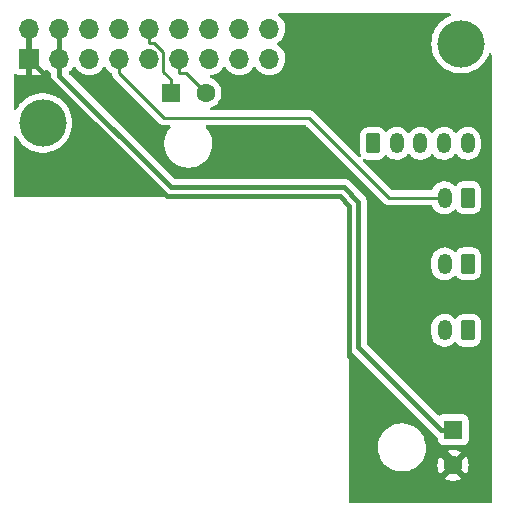
<source format=gbr>
%TF.GenerationSoftware,KiCad,Pcbnew,(6.0.2-0)*%
%TF.CreationDate,2023-02-02T13:40:45+11:00*%
%TF.ProjectId,AD3 HE Board,41443320-4845-4204-926f-6172642e6b69,rev?*%
%TF.SameCoordinates,PXbb4d38PY34c3148*%
%TF.FileFunction,Copper,L1,Top*%
%TF.FilePolarity,Positive*%
%FSLAX46Y46*%
G04 Gerber Fmt 4.6, Leading zero omitted, Abs format (unit mm)*
G04 Created by KiCad (PCBNEW (6.0.2-0)) date 2023-02-02 13:40:45*
%MOMM*%
%LPD*%
G01*
G04 APERTURE LIST*
G04 Aperture macros list*
%AMRoundRect*
0 Rectangle with rounded corners*
0 $1 Rounding radius*
0 $2 $3 $4 $5 $6 $7 $8 $9 X,Y pos of 4 corners*
0 Add a 4 corners polygon primitive as box body*
4,1,4,$2,$3,$4,$5,$6,$7,$8,$9,$2,$3,0*
0 Add four circle primitives for the rounded corners*
1,1,$1+$1,$2,$3*
1,1,$1+$1,$4,$5*
1,1,$1+$1,$6,$7*
1,1,$1+$1,$8,$9*
0 Add four rect primitives between the rounded corners*
20,1,$1+$1,$2,$3,$4,$5,0*
20,1,$1+$1,$4,$5,$6,$7,0*
20,1,$1+$1,$6,$7,$8,$9,0*
20,1,$1+$1,$8,$9,$2,$3,0*%
G04 Aperture macros list end*
%TA.AperFunction,ComponentPad*%
%ADD10C,4.000000*%
%TD*%
%TA.AperFunction,ComponentPad*%
%ADD11R,1.700000X1.700000*%
%TD*%
%TA.AperFunction,ComponentPad*%
%ADD12O,1.700000X1.700000*%
%TD*%
%TA.AperFunction,ComponentPad*%
%ADD13R,1.605000X1.605000*%
%TD*%
%TA.AperFunction,ComponentPad*%
%ADD14C,1.605000*%
%TD*%
%TA.AperFunction,ComponentPad*%
%ADD15RoundRect,0.250000X0.350000X0.625000X-0.350000X0.625000X-0.350000X-0.625000X0.350000X-0.625000X0*%
%TD*%
%TA.AperFunction,ComponentPad*%
%ADD16O,1.200000X1.750000*%
%TD*%
%TA.AperFunction,ComponentPad*%
%ADD17RoundRect,0.250000X-0.350000X-0.625000X0.350000X-0.625000X0.350000X0.625000X-0.350000X0.625000X0*%
%TD*%
%TA.AperFunction,Conductor*%
%ADD18C,0.400000*%
%TD*%
%TA.AperFunction,Conductor*%
%ADD19C,0.250000*%
%TD*%
G04 APERTURE END LIST*
D10*
%TO.P,H1,1*%
%TO.N,N/C*%
X3200000Y33025000D03*
%TD*%
D11*
%TO.P,J1,1,Pin_1*%
%TO.N,/Heater_GND*%
X2075000Y38450000D03*
D12*
%TO.P,J1,2,Pin_2*%
X2075000Y40990000D03*
%TO.P,J1,3,Pin_3*%
%TO.N,/Heater_VCC*%
X4615000Y38450000D03*
%TO.P,J1,4,Pin_4*%
X4615000Y40990000D03*
%TO.P,J1,5,Pin_5*%
%TO.N,/HS_Fan_GND*%
X7155000Y38450000D03*
%TO.P,J1,6,Pin_6*%
%TO.N,/HS_Fan_VCC*%
X7155000Y40990000D03*
%TO.P,J1,7,Pin_7*%
%TO.N,/LED_GND*%
X9695000Y38450000D03*
%TO.P,J1,8,Pin_8*%
%TO.N,/LED_VCC*%
X9695000Y40990000D03*
%TO.P,J1,9,Pin_9*%
%TO.N,unconnected-(J1-Pad9)*%
X12235000Y38450000D03*
%TO.P,J1,10,Pin_10*%
%TO.N,/Thermistor_1*%
X12235000Y40990000D03*
%TO.P,J1,11,Pin_11*%
%TO.N,/Thermistor_2*%
X14775000Y38450000D03*
%TO.P,J1,12,Pin_12*%
%TO.N,/PC_FAN_GND*%
X14775000Y40990000D03*
%TO.P,J1,13,Pin_13*%
%TO.N,/PC_FAN_VCC*%
X17315000Y38450000D03*
%TO.P,J1,14,Pin_14*%
%TO.N,/BLT_GND1*%
X17315000Y40990000D03*
%TO.P,J1,15,Pin_15*%
%TO.N,/BLT_5v*%
X19855000Y38450000D03*
%TO.P,J1,16,Pin_16*%
%TO.N,/BLT_PA1*%
X19855000Y40990000D03*
%TO.P,J1,17,Pin_17*%
%TO.N,/BLT_GND2*%
X22395000Y38450000D03*
%TO.P,J1,18,Pin_18*%
%TO.N,/BLT_PC14*%
X22395000Y40990000D03*
%TD*%
D10*
%TO.P,H2,1*%
%TO.N,N/C*%
X38625000Y39750000D03*
%TD*%
D13*
%TO.P,J3,1,1*%
%TO.N,/Thermistor_1*%
X14025000Y35595000D03*
D14*
%TO.P,J3,2,2*%
%TO.N,/Thermistor_2*%
X17025000Y35595000D03*
%TD*%
D15*
%TO.P,J5,1,Pin_1*%
%TO.N,/LED_VCC*%
X39225000Y26700000D03*
D16*
%TO.P,J5,2,Pin_2*%
%TO.N,/LED_GND*%
X37225000Y26700000D03*
%TD*%
D15*
%TO.P,J7,1,Pin_1*%
%TO.N,/HS_Fan_VCC*%
X39225000Y15475000D03*
D16*
%TO.P,J7,2,Pin_2*%
%TO.N,/HS_Fan_GND*%
X37225000Y15475000D03*
%TD*%
D13*
%TO.P,J2,1,1*%
%TO.N,/Heater_VCC*%
X37945000Y7050000D03*
D14*
%TO.P,J2,2,2*%
%TO.N,/Heater_GND*%
X37945000Y4050000D03*
%TD*%
D15*
%TO.P,J4,1,Pin_1*%
%TO.N,/PC_FAN_VCC*%
X39225000Y21100000D03*
D16*
%TO.P,J4,2,Pin_2*%
%TO.N,/PC_FAN_GND*%
X37225000Y21100000D03*
%TD*%
D17*
%TO.P,J6,1,Pin_1*%
%TO.N,/BLT_GND1*%
X31175000Y31300000D03*
D16*
%TO.P,J6,2,Pin_2*%
%TO.N,/BLT_5v*%
X33175000Y31300000D03*
%TO.P,J6,3,Pin_3*%
%TO.N,/BLT_PA1*%
X35175000Y31300000D03*
%TO.P,J6,4,Pin_4*%
%TO.N,/BLT_GND2*%
X37175000Y31300000D03*
%TO.P,J6,5,Pin_5*%
%TO.N,/BLT_PC14*%
X39175000Y31300000D03*
%TD*%
D18*
%TO.N,/Heater_GND*%
X29125000Y26025000D02*
X28350000Y26800000D01*
X37945000Y4505000D02*
X29125000Y13325000D01*
X29125000Y13325000D02*
X29125000Y26025000D01*
X2075000Y38450000D02*
X2075000Y40990000D01*
X28350000Y26800000D02*
X13725000Y26800000D01*
X37945000Y4050000D02*
X37945000Y4505000D01*
X13725000Y26800000D02*
X2075000Y38450000D01*
%TO.N,/Heater_VCC*%
X14056200Y27599500D02*
X4615000Y37040700D01*
X28681200Y27599500D02*
X14056200Y27599500D01*
X36925000Y7050000D02*
X29924500Y14050500D01*
X37945000Y7050000D02*
X36925000Y7050000D01*
X4615000Y38450000D02*
X4615000Y40990000D01*
X29924500Y14050500D02*
X29924500Y26356200D01*
X29924500Y26356200D02*
X28681200Y27599500D01*
X4615000Y37040700D02*
X4615000Y38450000D01*
D19*
%TO.N,/Thermistor_1*%
X14025000Y35595000D02*
X14025000Y36722800D01*
X13410300Y39006800D02*
X12602400Y39814700D01*
X12602400Y39814700D02*
X12235000Y39814700D01*
X13410300Y37337500D02*
X13410300Y39006800D01*
X14025000Y36722800D02*
X13410300Y37337500D01*
X12235000Y40990000D02*
X12235000Y39814700D01*
%TO.N,/Thermistor_2*%
X17025000Y35595000D02*
X15345300Y37274700D01*
X14775000Y38450000D02*
X14775000Y37274700D01*
X15345300Y37274700D02*
X14775000Y37274700D01*
%TO.N,/LED_GND*%
X13494700Y33475000D02*
X25759800Y33475000D01*
X25759800Y33475000D02*
X32534800Y26700000D01*
X9695000Y37274700D02*
X13494700Y33475000D01*
X9695000Y38450000D02*
X9695000Y37274700D01*
X32534800Y26700000D02*
X37225000Y26700000D01*
%TD*%
%TA.AperFunction,Conductor*%
%TO.N,/Heater_GND*%
G36*
X37701836Y42296998D02*
G01*
X37748329Y42243342D01*
X37758433Y42173068D01*
X37728939Y42108488D01*
X37680099Y42073848D01*
X37558495Y42025702D01*
X37558490Y42025700D01*
X37554821Y42024247D01*
X37551353Y42022341D01*
X37551352Y42022340D01*
X37486977Y41986949D01*
X37278221Y41872184D01*
X37107340Y41748032D01*
X37027375Y41689934D01*
X37022860Y41686654D01*
X36792767Y41470582D01*
X36790243Y41467531D01*
X36790242Y41467530D01*
X36692168Y41348979D01*
X36591568Y41227375D01*
X36422438Y40960869D01*
X36420754Y40957290D01*
X36420750Y40957283D01*
X36298260Y40696977D01*
X36288044Y40675266D01*
X36190505Y40375072D01*
X36131359Y40065020D01*
X36111540Y39750000D01*
X36131359Y39434980D01*
X36190505Y39124928D01*
X36288044Y38824734D01*
X36289731Y38821148D01*
X36289733Y38821144D01*
X36420750Y38542717D01*
X36420754Y38542710D01*
X36422438Y38539131D01*
X36591568Y38272625D01*
X36594093Y38269573D01*
X36782060Y38042361D01*
X36792767Y38029418D01*
X37022860Y37813346D01*
X37278221Y37627816D01*
X37281690Y37625909D01*
X37281693Y37625907D01*
X37542279Y37482648D01*
X37554821Y37475753D01*
X37558490Y37474300D01*
X37558495Y37474298D01*
X37842264Y37361946D01*
X37848298Y37359557D01*
X38154025Y37281060D01*
X38467179Y37241500D01*
X38782821Y37241500D01*
X39095975Y37281060D01*
X39401702Y37359557D01*
X39407736Y37361946D01*
X39691505Y37474298D01*
X39691510Y37474300D01*
X39695179Y37475753D01*
X39707721Y37482648D01*
X39968307Y37625907D01*
X39968310Y37625909D01*
X39971779Y37627816D01*
X40227140Y37813346D01*
X40457233Y38029418D01*
X40467941Y38042361D01*
X40655907Y38269573D01*
X40658432Y38272625D01*
X40827562Y38539131D01*
X40829246Y38542710D01*
X40829250Y38542717D01*
X40960267Y38821144D01*
X40960269Y38821148D01*
X40961956Y38824734D01*
X40971167Y38853083D01*
X41011240Y38911688D01*
X41076636Y38939326D01*
X41146593Y38927219D01*
X41198900Y38879214D01*
X41217000Y38814147D01*
X41217000Y959000D01*
X41196998Y890879D01*
X41143342Y844386D01*
X41091000Y833000D01*
X29259000Y833000D01*
X29190879Y853002D01*
X29144386Y906658D01*
X29133000Y959000D01*
X29133000Y2962143D01*
X37221697Y2962143D01*
X37230994Y2950127D01*
X37282742Y2913893D01*
X37292228Y2908415D01*
X37490085Y2816154D01*
X37500381Y2812406D01*
X37711255Y2755902D01*
X37722042Y2754000D01*
X37939525Y2734973D01*
X37950475Y2734973D01*
X38167958Y2754000D01*
X38178745Y2755902D01*
X38389619Y2812406D01*
X38399915Y2816154D01*
X38597772Y2908415D01*
X38607258Y2913893D01*
X38659844Y2950713D01*
X38668219Y2961191D01*
X38661151Y2974639D01*
X37957812Y3677978D01*
X37943868Y3685592D01*
X37942035Y3685461D01*
X37935420Y3681210D01*
X37228127Y2973917D01*
X37221697Y2962143D01*
X29133000Y2962143D01*
X29133000Y5621141D01*
X31587776Y5621141D01*
X31587929Y5616753D01*
X31587929Y5616747D01*
X31596720Y5365027D01*
X31597701Y5336922D01*
X31598463Y5332599D01*
X31598464Y5332592D01*
X31621774Y5200397D01*
X31647085Y5056850D01*
X31648440Y5052679D01*
X31648442Y5052672D01*
X31721101Y4829051D01*
X31734967Y4786377D01*
X31736895Y4782424D01*
X31736897Y4782419D01*
X31744832Y4766151D01*
X31859637Y4530767D01*
X31862092Y4527128D01*
X31862095Y4527122D01*
X31938122Y4414408D01*
X32018667Y4294995D01*
X32021611Y4291726D01*
X32021612Y4291724D01*
X32038509Y4272958D01*
X32208963Y4083650D01*
X32426820Y3900846D01*
X32667998Y3750141D01*
X32927804Y3634469D01*
X33201179Y3556079D01*
X33205533Y3555467D01*
X33205538Y3555466D01*
X33375770Y3531542D01*
X33482804Y3516500D01*
X33696018Y3516500D01*
X33698204Y3516653D01*
X33698208Y3516653D01*
X33904315Y3531065D01*
X33904320Y3531066D01*
X33908700Y3531372D01*
X34186877Y3590501D01*
X34191006Y3592004D01*
X34191010Y3592005D01*
X34449974Y3686260D01*
X34449978Y3686262D01*
X34454119Y3687769D01*
X34458009Y3689837D01*
X34458015Y3689840D01*
X34701330Y3819213D01*
X34701336Y3819217D01*
X34705222Y3821283D01*
X34708782Y3823870D01*
X34708786Y3823872D01*
X34931738Y3985855D01*
X34931741Y3985858D01*
X34935301Y3988444D01*
X34985777Y4037188D01*
X34993375Y4044525D01*
X36629973Y4044525D01*
X36649000Y3827042D01*
X36650902Y3816255D01*
X36707406Y3605381D01*
X36711154Y3595085D01*
X36803415Y3397228D01*
X36808893Y3387742D01*
X36845713Y3335156D01*
X36856191Y3326781D01*
X36869639Y3333849D01*
X37572978Y4037188D01*
X37579356Y4048868D01*
X38309408Y4048868D01*
X38309539Y4047035D01*
X38313790Y4040420D01*
X39021083Y3333127D01*
X39032857Y3326697D01*
X39044873Y3335994D01*
X39081107Y3387742D01*
X39086585Y3397228D01*
X39178846Y3595085D01*
X39182594Y3605381D01*
X39239098Y3816255D01*
X39241000Y3827042D01*
X39260027Y4044525D01*
X39260027Y4055475D01*
X39241000Y4272958D01*
X39239098Y4283745D01*
X39182594Y4494619D01*
X39178846Y4504915D01*
X39086585Y4702772D01*
X39081107Y4712258D01*
X39044287Y4764844D01*
X39033809Y4773219D01*
X39020361Y4766151D01*
X38317022Y4062812D01*
X38309408Y4048868D01*
X37579356Y4048868D01*
X37580592Y4051132D01*
X37580461Y4052965D01*
X37576210Y4059580D01*
X36868917Y4766873D01*
X36857143Y4773303D01*
X36845127Y4764006D01*
X36808893Y4712258D01*
X36803415Y4702772D01*
X36711154Y4504915D01*
X36707406Y4494619D01*
X36650902Y4283745D01*
X36649000Y4272958D01*
X36629973Y4055475D01*
X36629973Y4044525D01*
X34993375Y4044525D01*
X35136710Y4182943D01*
X35136714Y4182947D01*
X35139875Y4186000D01*
X35314965Y4410104D01*
X35384630Y4530767D01*
X35454956Y4652575D01*
X35454959Y4652580D01*
X35457161Y4656395D01*
X35458811Y4660479D01*
X35458814Y4660485D01*
X35562047Y4915998D01*
X35563696Y4920079D01*
X35618232Y5138809D01*
X37221781Y5138809D01*
X37228849Y5125361D01*
X37932188Y4422022D01*
X37946132Y4414408D01*
X37947965Y4414539D01*
X37954580Y4418790D01*
X38661873Y5126083D01*
X38668303Y5137857D01*
X38659006Y5149873D01*
X38607258Y5186107D01*
X38597772Y5191585D01*
X38399915Y5283846D01*
X38389619Y5287594D01*
X38178745Y5344098D01*
X38167958Y5346000D01*
X37950475Y5365027D01*
X37939525Y5365027D01*
X37722042Y5346000D01*
X37711255Y5344098D01*
X37500381Y5287594D01*
X37490085Y5283846D01*
X37292228Y5191585D01*
X37282742Y5186107D01*
X37230156Y5149287D01*
X37221781Y5138809D01*
X35618232Y5138809D01*
X35632497Y5196024D01*
X35641728Y5283846D01*
X35661765Y5474490D01*
X35661765Y5474493D01*
X35662224Y5478859D01*
X35657409Y5616747D01*
X35652453Y5758681D01*
X35652452Y5758687D01*
X35652299Y5763078D01*
X35645389Y5802271D01*
X35603677Y6038827D01*
X35602915Y6043150D01*
X35601560Y6047321D01*
X35601558Y6047328D01*
X35516394Y6309434D01*
X35515033Y6313623D01*
X35457908Y6430747D01*
X35449773Y6447425D01*
X35390363Y6569233D01*
X35387908Y6572872D01*
X35387905Y6572878D01*
X35233792Y6801359D01*
X35231333Y6805005D01*
X35041037Y7016350D01*
X34823180Y7199154D01*
X34582002Y7349859D01*
X34322196Y7465531D01*
X34048821Y7543921D01*
X34044467Y7544533D01*
X34044462Y7544534D01*
X33870833Y7568935D01*
X33767196Y7583500D01*
X33553982Y7583500D01*
X33551796Y7583347D01*
X33551792Y7583347D01*
X33345685Y7568935D01*
X33345680Y7568934D01*
X33341300Y7568628D01*
X33063123Y7509499D01*
X33058994Y7507996D01*
X33058990Y7507995D01*
X32800026Y7413740D01*
X32800022Y7413738D01*
X32795881Y7412231D01*
X32791991Y7410163D01*
X32791985Y7410160D01*
X32548670Y7280787D01*
X32548664Y7280783D01*
X32544778Y7278717D01*
X32541218Y7276130D01*
X32541214Y7276128D01*
X32318262Y7114145D01*
X32314699Y7111556D01*
X32311535Y7108500D01*
X32311532Y7108498D01*
X32113290Y6917057D01*
X32113286Y6917053D01*
X32110125Y6914000D01*
X31935035Y6689896D01*
X31932832Y6686080D01*
X31815510Y6482872D01*
X31792839Y6443605D01*
X31791190Y6439524D01*
X31791186Y6439515D01*
X31713105Y6246255D01*
X31686304Y6179921D01*
X31617503Y5903976D01*
X31617044Y5899608D01*
X31617043Y5899603D01*
X31600202Y5739369D01*
X31587776Y5621141D01*
X29133000Y5621141D01*
X29133000Y13545423D01*
X29153002Y13613544D01*
X29206658Y13660037D01*
X29276932Y13670141D01*
X29341512Y13640647D01*
X29362840Y13616790D01*
X29384840Y13584779D01*
X29384843Y13584775D01*
X29389143Y13578519D01*
X29394813Y13573468D01*
X29394814Y13573466D01*
X29435670Y13537065D01*
X29440946Y13532084D01*
X36403550Y6569480D01*
X36409404Y6563215D01*
X36447439Y6519615D01*
X36453653Y6515248D01*
X36499719Y6482872D01*
X36505014Y6478939D01*
X36555282Y6439524D01*
X36562200Y6436400D01*
X36568705Y6432461D01*
X36567667Y6430747D01*
X36613704Y6391200D01*
X36634000Y6322624D01*
X36634000Y6199366D01*
X36640755Y6137184D01*
X36691885Y6000795D01*
X36779239Y5884239D01*
X36895795Y5796885D01*
X37032184Y5745755D01*
X37094366Y5739000D01*
X38795634Y5739000D01*
X38857816Y5745755D01*
X38994205Y5796885D01*
X39110761Y5884239D01*
X39198115Y6000795D01*
X39249245Y6137184D01*
X39256000Y6199366D01*
X39256000Y7900634D01*
X39249245Y7962816D01*
X39198115Y8099205D01*
X39110761Y8215761D01*
X38994205Y8303115D01*
X38857816Y8354245D01*
X38795634Y8361000D01*
X37094366Y8361000D01*
X37032184Y8354245D01*
X36895795Y8303115D01*
X36872001Y8285282D01*
X36856348Y8273551D01*
X36789842Y8248703D01*
X36720459Y8263756D01*
X36691688Y8285282D01*
X30669905Y14307065D01*
X30635879Y14369377D01*
X30633000Y14396160D01*
X30633000Y15147154D01*
X36116500Y15147154D01*
X36131548Y14989434D01*
X36191092Y14786466D01*
X36193836Y14781139D01*
X36193836Y14781138D01*
X36241491Y14688611D01*
X36287942Y14598420D01*
X36418604Y14432080D01*
X36423135Y14428148D01*
X36423138Y14428145D01*
X36559802Y14309554D01*
X36578363Y14293448D01*
X36583549Y14290448D01*
X36583553Y14290445D01*
X36679957Y14234674D01*
X36761454Y14187527D01*
X36961271Y14118139D01*
X36967206Y14117278D01*
X36967208Y14117278D01*
X37164664Y14088648D01*
X37164667Y14088648D01*
X37170604Y14087787D01*
X37381899Y14097567D01*
X37513077Y14129181D01*
X37581701Y14145719D01*
X37581703Y14145720D01*
X37587534Y14147125D01*
X37592992Y14149607D01*
X37592996Y14149608D01*
X37708041Y14201916D01*
X37780087Y14234674D01*
X37952611Y14357054D01*
X37956753Y14361381D01*
X37956759Y14361386D01*
X38043806Y14452317D01*
X38105361Y14487694D01*
X38176270Y14484175D01*
X38234021Y14442879D01*
X38241965Y14431496D01*
X38276522Y14375652D01*
X38401697Y14250695D01*
X38407927Y14246855D01*
X38407928Y14246854D01*
X38545090Y14162306D01*
X38552262Y14157885D01*
X38577217Y14149608D01*
X38713611Y14104368D01*
X38713613Y14104368D01*
X38720139Y14102203D01*
X38726975Y14101503D01*
X38726978Y14101502D01*
X38765386Y14097567D01*
X38824600Y14091500D01*
X39625400Y14091500D01*
X39628646Y14091837D01*
X39628650Y14091837D01*
X39724308Y14101762D01*
X39724312Y14101763D01*
X39731166Y14102474D01*
X39737702Y14104655D01*
X39737704Y14104655D01*
X39872443Y14149608D01*
X39898946Y14158450D01*
X40049348Y14251522D01*
X40174305Y14376697D01*
X40211352Y14436798D01*
X40263275Y14521032D01*
X40263276Y14521034D01*
X40267115Y14527262D01*
X40322797Y14695139D01*
X40333500Y14799600D01*
X40333500Y16150400D01*
X40322526Y16256166D01*
X40318749Y16267489D01*
X40268868Y16416998D01*
X40266550Y16423946D01*
X40173478Y16574348D01*
X40048303Y16699305D01*
X39945826Y16762473D01*
X39903968Y16788275D01*
X39903966Y16788276D01*
X39897738Y16792115D01*
X39737254Y16845345D01*
X39736389Y16845632D01*
X39736387Y16845632D01*
X39729861Y16847797D01*
X39723025Y16848497D01*
X39723022Y16848498D01*
X39679969Y16852909D01*
X39625400Y16858500D01*
X38824600Y16858500D01*
X38821354Y16858163D01*
X38821350Y16858163D01*
X38725692Y16848238D01*
X38725688Y16848237D01*
X38718834Y16847526D01*
X38712298Y16845345D01*
X38712296Y16845345D01*
X38589213Y16804281D01*
X38551054Y16791550D01*
X38400652Y16698478D01*
X38275695Y16573303D01*
X38271855Y16567073D01*
X38271854Y16567072D01*
X38243926Y16521764D01*
X38191154Y16474271D01*
X38121082Y16462847D01*
X38055958Y16491121D01*
X38037582Y16510045D01*
X38031396Y16517920D01*
X38026865Y16521852D01*
X38026862Y16521855D01*
X37876167Y16652621D01*
X37871637Y16656552D01*
X37866451Y16659552D01*
X37866447Y16659555D01*
X37693742Y16759467D01*
X37688546Y16762473D01*
X37488729Y16831861D01*
X37482794Y16832722D01*
X37482792Y16832722D01*
X37285336Y16861352D01*
X37285333Y16861352D01*
X37279396Y16862213D01*
X37068101Y16852433D01*
X36936923Y16820819D01*
X36868299Y16804281D01*
X36868297Y16804280D01*
X36862466Y16802875D01*
X36857008Y16800393D01*
X36857004Y16800392D01*
X36741959Y16748084D01*
X36669913Y16715326D01*
X36497389Y16592946D01*
X36351119Y16440150D01*
X36236380Y16262452D01*
X36157314Y16066263D01*
X36116772Y15858663D01*
X36116500Y15853101D01*
X36116500Y15147154D01*
X30633000Y15147154D01*
X30633000Y20772154D01*
X36116500Y20772154D01*
X36131548Y20614434D01*
X36191092Y20411466D01*
X36193836Y20406139D01*
X36193836Y20406138D01*
X36241491Y20313611D01*
X36287942Y20223420D01*
X36418604Y20057080D01*
X36423135Y20053148D01*
X36423138Y20053145D01*
X36509058Y19978588D01*
X36578363Y19918448D01*
X36583549Y19915448D01*
X36583553Y19915445D01*
X36679957Y19859674D01*
X36761454Y19812527D01*
X36961271Y19743139D01*
X36967206Y19742278D01*
X36967208Y19742278D01*
X37164664Y19713648D01*
X37164667Y19713648D01*
X37170604Y19712787D01*
X37381899Y19722567D01*
X37513077Y19754181D01*
X37581701Y19770719D01*
X37581703Y19770720D01*
X37587534Y19772125D01*
X37592992Y19774607D01*
X37592996Y19774608D01*
X37708041Y19826916D01*
X37780087Y19859674D01*
X37952611Y19982054D01*
X37956753Y19986381D01*
X37956759Y19986386D01*
X38043806Y20077317D01*
X38105361Y20112694D01*
X38176270Y20109175D01*
X38234021Y20067879D01*
X38241965Y20056496D01*
X38276522Y20000652D01*
X38401697Y19875695D01*
X38407927Y19871855D01*
X38407928Y19871854D01*
X38545090Y19787306D01*
X38552262Y19782885D01*
X38577217Y19774608D01*
X38713611Y19729368D01*
X38713613Y19729368D01*
X38720139Y19727203D01*
X38726975Y19726503D01*
X38726978Y19726502D01*
X38765386Y19722567D01*
X38824600Y19716500D01*
X39625400Y19716500D01*
X39628646Y19716837D01*
X39628650Y19716837D01*
X39724308Y19726762D01*
X39724312Y19726763D01*
X39731166Y19727474D01*
X39737702Y19729655D01*
X39737704Y19729655D01*
X39872443Y19774608D01*
X39898946Y19783450D01*
X40049348Y19876522D01*
X40174305Y20001697D01*
X40211352Y20061798D01*
X40263275Y20146032D01*
X40263276Y20146034D01*
X40267115Y20152262D01*
X40322797Y20320139D01*
X40333500Y20424600D01*
X40333500Y21775400D01*
X40322526Y21881166D01*
X40318749Y21892489D01*
X40268868Y22041998D01*
X40266550Y22048946D01*
X40173478Y22199348D01*
X40048303Y22324305D01*
X39945826Y22387473D01*
X39903968Y22413275D01*
X39903966Y22413276D01*
X39897738Y22417115D01*
X39737254Y22470345D01*
X39736389Y22470632D01*
X39736387Y22470632D01*
X39729861Y22472797D01*
X39723025Y22473497D01*
X39723022Y22473498D01*
X39679969Y22477909D01*
X39625400Y22483500D01*
X38824600Y22483500D01*
X38821354Y22483163D01*
X38821350Y22483163D01*
X38725692Y22473238D01*
X38725688Y22473237D01*
X38718834Y22472526D01*
X38712298Y22470345D01*
X38712296Y22470345D01*
X38589213Y22429281D01*
X38551054Y22416550D01*
X38400652Y22323478D01*
X38275695Y22198303D01*
X38271855Y22192073D01*
X38271854Y22192072D01*
X38243926Y22146764D01*
X38191154Y22099271D01*
X38121082Y22087847D01*
X38055958Y22116121D01*
X38037582Y22135045D01*
X38031396Y22142920D01*
X38026865Y22146852D01*
X38026862Y22146855D01*
X37876167Y22277621D01*
X37871637Y22281552D01*
X37866451Y22284552D01*
X37866447Y22284555D01*
X37693742Y22384467D01*
X37688546Y22387473D01*
X37488729Y22456861D01*
X37482794Y22457722D01*
X37482792Y22457722D01*
X37285336Y22486352D01*
X37285333Y22486352D01*
X37279396Y22487213D01*
X37068101Y22477433D01*
X36936923Y22445819D01*
X36868299Y22429281D01*
X36868297Y22429280D01*
X36862466Y22427875D01*
X36857008Y22425393D01*
X36857004Y22425392D01*
X36741959Y22373084D01*
X36669913Y22340326D01*
X36497389Y22217946D01*
X36351119Y22065150D01*
X36236380Y21887452D01*
X36157314Y21691263D01*
X36116772Y21483663D01*
X36116500Y21478101D01*
X36116500Y20772154D01*
X30633000Y20772154D01*
X30633000Y26327273D01*
X30633292Y26335842D01*
X30636710Y26385975D01*
X30636710Y26385979D01*
X30637226Y26393552D01*
X30626236Y26456519D01*
X30625275Y26463035D01*
X30618514Y26518902D01*
X30617602Y26526442D01*
X30614919Y26533543D01*
X30614278Y26536152D01*
X30609809Y26552485D01*
X30609048Y26555005D01*
X30607743Y26562483D01*
X30604691Y26569436D01*
X30582059Y26620996D01*
X30579568Y26627101D01*
X30559675Y26679744D01*
X30559673Y26679748D01*
X30556987Y26686856D01*
X30552684Y26693117D01*
X30551447Y26695483D01*
X30543220Y26710263D01*
X30541869Y26712548D01*
X30538815Y26719505D01*
X30534195Y26725525D01*
X30534192Y26725531D01*
X30499921Y26770191D01*
X30496041Y26775532D01*
X30464161Y26821920D01*
X30464156Y26821925D01*
X30459857Y26828181D01*
X30413329Y26869636D01*
X30408054Y26874616D01*
X29202650Y28080020D01*
X29196796Y28086285D01*
X29195986Y28087213D01*
X29158761Y28129885D01*
X29106480Y28166629D01*
X29101186Y28170561D01*
X29056893Y28205291D01*
X29050918Y28209976D01*
X29044002Y28213099D01*
X29041716Y28214483D01*
X29027035Y28222857D01*
X29024675Y28224122D01*
X29018461Y28228490D01*
X29011382Y28231250D01*
X29011380Y28231251D01*
X28958925Y28251702D01*
X28952856Y28254253D01*
X28894627Y28280545D01*
X28887160Y28281929D01*
X28884605Y28282730D01*
X28868352Y28287359D01*
X28865772Y28288022D01*
X28858691Y28290782D01*
X28851160Y28291773D01*
X28851158Y28291774D01*
X28821539Y28295673D01*
X28795339Y28299122D01*
X28788841Y28300152D01*
X28726014Y28311796D01*
X28718434Y28311359D01*
X28718433Y28311359D01*
X28663808Y28308209D01*
X28656554Y28308000D01*
X14401860Y28308000D01*
X14333739Y28328002D01*
X14312765Y28344905D01*
X5456511Y37201159D01*
X5422485Y37263471D01*
X5427550Y37334286D01*
X5472438Y37392833D01*
X5490652Y37405825D01*
X5490657Y37405829D01*
X5494860Y37408827D01*
X5653096Y37566511D01*
X5674040Y37595657D01*
X5783453Y37747923D01*
X5784776Y37746972D01*
X5831645Y37790143D01*
X5901580Y37802375D01*
X5967026Y37774856D01*
X5994875Y37743006D01*
X6054987Y37644912D01*
X6201250Y37476062D01*
X6373126Y37333368D01*
X6566000Y37220662D01*
X6570825Y37218820D01*
X6570826Y37218819D01*
X6629085Y37196572D01*
X6774692Y37140970D01*
X6779760Y37139939D01*
X6779763Y37139938D01*
X6855349Y37124560D01*
X6993597Y37096433D01*
X6998772Y37096243D01*
X6998774Y37096243D01*
X7211673Y37088436D01*
X7211677Y37088436D01*
X7216837Y37088247D01*
X7221957Y37088903D01*
X7221959Y37088903D01*
X7433288Y37115975D01*
X7433289Y37115975D01*
X7438416Y37116632D01*
X7462208Y37123770D01*
X7647429Y37179339D01*
X7647434Y37179341D01*
X7652384Y37180826D01*
X7852994Y37279104D01*
X8034860Y37408827D01*
X8193096Y37566511D01*
X8214040Y37595657D01*
X8323453Y37747923D01*
X8324776Y37746972D01*
X8371645Y37790143D01*
X8441580Y37802375D01*
X8507026Y37774856D01*
X8534875Y37743006D01*
X8594987Y37644912D01*
X8741250Y37476062D01*
X8913126Y37333368D01*
X8917589Y37330760D01*
X8917592Y37330758D01*
X8924068Y37326974D01*
X9001902Y37281492D01*
X9050625Y37229855D01*
X9060783Y37190240D01*
X9062837Y37190565D01*
X9064078Y37182731D01*
X9064327Y37174811D01*
X9067877Y37162592D01*
X9069978Y37155361D01*
X9073987Y37136000D01*
X9076526Y37115903D01*
X9079445Y37108532D01*
X9079445Y37108530D01*
X9092804Y37074788D01*
X9096649Y37063558D01*
X9106432Y37029883D01*
X9108982Y37021107D01*
X9113015Y37014288D01*
X9113017Y37014283D01*
X9119293Y37003672D01*
X9127988Y36985924D01*
X9135448Y36967083D01*
X9140110Y36960667D01*
X9140110Y36960666D01*
X9161436Y36931313D01*
X9167952Y36921393D01*
X9185918Y36891015D01*
X9190458Y36883338D01*
X9204779Y36869017D01*
X9217619Y36853984D01*
X9229528Y36837593D01*
X9241778Y36827459D01*
X9263605Y36809402D01*
X9272384Y36801412D01*
X12991043Y33082753D01*
X12998587Y33074463D01*
X13002700Y33067982D01*
X13008477Y33062557D01*
X13052367Y33021342D01*
X13055209Y33018587D01*
X13074930Y32998866D01*
X13078125Y32996388D01*
X13087147Y32988682D01*
X13119379Y32958414D01*
X13126328Y32954594D01*
X13137132Y32948654D01*
X13153656Y32937801D01*
X13169659Y32925387D01*
X13210243Y32907824D01*
X13220873Y32902617D01*
X13259640Y32881305D01*
X13267317Y32879334D01*
X13267322Y32879332D01*
X13279258Y32876268D01*
X13297966Y32869863D01*
X13316555Y32861819D01*
X13324383Y32860579D01*
X13324390Y32860577D01*
X13360224Y32854901D01*
X13371844Y32852495D01*
X13406989Y32843472D01*
X13414670Y32841500D01*
X13434924Y32841500D01*
X13454634Y32839949D01*
X13474643Y32836780D01*
X13482535Y32837526D01*
X13518661Y32840941D01*
X13530519Y32841500D01*
X13909997Y32841500D01*
X13978118Y32821498D01*
X14024611Y32767842D01*
X14034715Y32697568D01*
X14009286Y32637926D01*
X13835035Y32414896D01*
X13825455Y32398303D01*
X13700166Y32181295D01*
X13692839Y32168605D01*
X13691189Y32164521D01*
X13691186Y32164515D01*
X13622238Y31993862D01*
X13586304Y31904921D01*
X13585240Y31900652D01*
X13585239Y31900650D01*
X13563667Y31814131D01*
X13517503Y31628976D01*
X13517044Y31624608D01*
X13517043Y31624603D01*
X13508632Y31544573D01*
X13487776Y31346141D01*
X13487929Y31341753D01*
X13487929Y31341747D01*
X13496860Y31086018D01*
X13497701Y31061922D01*
X13498463Y31057599D01*
X13498464Y31057592D01*
X13526092Y30900907D01*
X13547085Y30781850D01*
X13548440Y30777679D01*
X13548442Y30777672D01*
X13620129Y30557045D01*
X13634967Y30511377D01*
X13636895Y30507424D01*
X13636897Y30507419D01*
X13692284Y30393861D01*
X13759637Y30255767D01*
X13762092Y30252128D01*
X13762095Y30252122D01*
X13806438Y30186381D01*
X13918667Y30019995D01*
X13921611Y30016726D01*
X13921612Y30016724D01*
X13947732Y29987715D01*
X14108963Y29808650D01*
X14326820Y29625846D01*
X14567998Y29475141D01*
X14827804Y29359469D01*
X15101179Y29281079D01*
X15105533Y29280467D01*
X15105538Y29280466D01*
X15275770Y29256542D01*
X15382804Y29241500D01*
X15596018Y29241500D01*
X15598204Y29241653D01*
X15598208Y29241653D01*
X15804315Y29256065D01*
X15804320Y29256066D01*
X15808700Y29256372D01*
X16086877Y29315501D01*
X16091006Y29317004D01*
X16091010Y29317005D01*
X16349974Y29411260D01*
X16349978Y29411262D01*
X16354119Y29412769D01*
X16358009Y29414837D01*
X16358015Y29414840D01*
X16601330Y29544213D01*
X16601336Y29544217D01*
X16605222Y29546283D01*
X16608782Y29548870D01*
X16608786Y29548872D01*
X16831738Y29710855D01*
X16831741Y29710858D01*
X16835301Y29713444D01*
X16930960Y29805821D01*
X17036710Y29907943D01*
X17036714Y29907947D01*
X17039875Y29911000D01*
X17044429Y29916828D01*
X17168549Y30075695D01*
X17214965Y30135104D01*
X17283116Y30253145D01*
X17354956Y30377575D01*
X17354959Y30377580D01*
X17357161Y30381395D01*
X17358811Y30385479D01*
X17358814Y30385485D01*
X17455422Y30624600D01*
X17463696Y30645079D01*
X17532497Y30921024D01*
X17549839Y31086018D01*
X17561765Y31199490D01*
X17561765Y31199493D01*
X17562224Y31203859D01*
X17562071Y31208253D01*
X17552453Y31483681D01*
X17552452Y31483687D01*
X17552299Y31488078D01*
X17542338Y31544573D01*
X17503677Y31763827D01*
X17502915Y31768150D01*
X17501560Y31772321D01*
X17501558Y31772328D01*
X17416394Y32034434D01*
X17415033Y32038623D01*
X17406316Y32056497D01*
X17347782Y32176507D01*
X17290363Y32294233D01*
X17287908Y32297872D01*
X17287905Y32297878D01*
X17139231Y32518296D01*
X17131333Y32530005D01*
X17071856Y32596061D01*
X17040226Y32631190D01*
X17009508Y32695197D01*
X17018273Y32765651D01*
X17063736Y32820182D01*
X17133862Y32841500D01*
X25445206Y32841500D01*
X25513327Y32821498D01*
X25534301Y32804595D01*
X32031148Y26307747D01*
X32038688Y26299461D01*
X32042800Y26292982D01*
X32048577Y26287557D01*
X32092451Y26246357D01*
X32095293Y26243602D01*
X32115030Y26223865D01*
X32118227Y26221385D01*
X32127247Y26213682D01*
X32159479Y26183414D01*
X32166425Y26179595D01*
X32166428Y26179593D01*
X32177234Y26173652D01*
X32193753Y26162801D01*
X32209759Y26150386D01*
X32217028Y26147241D01*
X32217032Y26147238D01*
X32250337Y26132826D01*
X32260987Y26127609D01*
X32299740Y26106305D01*
X32307415Y26104334D01*
X32307416Y26104334D01*
X32319362Y26101267D01*
X32338067Y26094863D01*
X32356655Y26086819D01*
X32364478Y26085580D01*
X32364488Y26085577D01*
X32400324Y26079901D01*
X32411944Y26077495D01*
X32447089Y26068472D01*
X32454770Y26066500D01*
X32475024Y26066500D01*
X32494734Y26064949D01*
X32514743Y26061780D01*
X32522635Y26062526D01*
X32558761Y26065941D01*
X32570619Y26066500D01*
X36085913Y26066500D01*
X36154034Y26046498D01*
X36197928Y25998193D01*
X36241491Y25913611D01*
X36280303Y25838253D01*
X36287942Y25823420D01*
X36418604Y25657080D01*
X36423135Y25653148D01*
X36423138Y25653145D01*
X36509058Y25578588D01*
X36578363Y25518448D01*
X36583549Y25515448D01*
X36583553Y25515445D01*
X36679957Y25459674D01*
X36761454Y25412527D01*
X36961271Y25343139D01*
X36967206Y25342278D01*
X36967208Y25342278D01*
X37164664Y25313648D01*
X37164667Y25313648D01*
X37170604Y25312787D01*
X37381899Y25322567D01*
X37513077Y25354181D01*
X37581701Y25370719D01*
X37581703Y25370720D01*
X37587534Y25372125D01*
X37592992Y25374607D01*
X37592996Y25374608D01*
X37708041Y25426916D01*
X37780087Y25459674D01*
X37952611Y25582054D01*
X37956753Y25586381D01*
X37956759Y25586386D01*
X38043806Y25677317D01*
X38105361Y25712694D01*
X38176270Y25709175D01*
X38234021Y25667879D01*
X38241965Y25656496D01*
X38276522Y25600652D01*
X38401697Y25475695D01*
X38407927Y25471855D01*
X38407928Y25471854D01*
X38545090Y25387306D01*
X38552262Y25382885D01*
X38577217Y25374608D01*
X38713611Y25329368D01*
X38713613Y25329368D01*
X38720139Y25327203D01*
X38726975Y25326503D01*
X38726978Y25326502D01*
X38765386Y25322567D01*
X38824600Y25316500D01*
X39625400Y25316500D01*
X39628646Y25316837D01*
X39628650Y25316837D01*
X39724308Y25326762D01*
X39724312Y25326763D01*
X39731166Y25327474D01*
X39737702Y25329655D01*
X39737704Y25329655D01*
X39872443Y25374608D01*
X39898946Y25383450D01*
X40049348Y25476522D01*
X40174305Y25601697D01*
X40211352Y25661798D01*
X40263275Y25746032D01*
X40263276Y25746034D01*
X40267115Y25752262D01*
X40322797Y25920139D01*
X40333500Y26024600D01*
X40333500Y27375400D01*
X40322526Y27481166D01*
X40318749Y27492489D01*
X40268868Y27641998D01*
X40266550Y27648946D01*
X40173478Y27799348D01*
X40048303Y27924305D01*
X39945826Y27987473D01*
X39903968Y28013275D01*
X39903966Y28013276D01*
X39897738Y28017115D01*
X39737254Y28070345D01*
X39736389Y28070632D01*
X39736387Y28070632D01*
X39729861Y28072797D01*
X39723025Y28073497D01*
X39723022Y28073498D01*
X39679969Y28077909D01*
X39625400Y28083500D01*
X38824600Y28083500D01*
X38821354Y28083163D01*
X38821350Y28083163D01*
X38725692Y28073238D01*
X38725688Y28073237D01*
X38718834Y28072526D01*
X38712298Y28070345D01*
X38712296Y28070345D01*
X38589213Y28029281D01*
X38551054Y28016550D01*
X38400652Y27923478D01*
X38275695Y27798303D01*
X38271855Y27792073D01*
X38271854Y27792072D01*
X38243926Y27746764D01*
X38191154Y27699271D01*
X38121082Y27687847D01*
X38055958Y27716121D01*
X38037582Y27735045D01*
X38031396Y27742920D01*
X38026865Y27746852D01*
X38026862Y27746855D01*
X37876167Y27877621D01*
X37871637Y27881552D01*
X37866451Y27884552D01*
X37866447Y27884555D01*
X37693742Y27984467D01*
X37688546Y27987473D01*
X37488729Y28056861D01*
X37482794Y28057722D01*
X37482792Y28057722D01*
X37285336Y28086352D01*
X37285333Y28086352D01*
X37279396Y28087213D01*
X37068101Y28077433D01*
X36936923Y28045819D01*
X36868299Y28029281D01*
X36868297Y28029280D01*
X36862466Y28027875D01*
X36857008Y28025393D01*
X36857004Y28025392D01*
X36741959Y27973084D01*
X36669913Y27940326D01*
X36497389Y27817946D01*
X36351119Y27665150D01*
X36236380Y27487452D01*
X36234137Y27481886D01*
X36206134Y27412402D01*
X36162119Y27356696D01*
X36089268Y27333500D01*
X32849394Y27333500D01*
X32781273Y27353502D01*
X32760299Y27370405D01*
X30339552Y29791153D01*
X30305526Y29853465D01*
X30310591Y29924281D01*
X30353138Y29981116D01*
X30419658Y30005927D01*
X30488977Y29988925D01*
X30489395Y29989820D01*
X30493910Y29987715D01*
X30494768Y29987504D01*
X30502262Y29982885D01*
X30527217Y29974608D01*
X30663611Y29929368D01*
X30663613Y29929368D01*
X30670139Y29927203D01*
X30676975Y29926503D01*
X30676978Y29926502D01*
X30715386Y29922567D01*
X30774600Y29916500D01*
X31575400Y29916500D01*
X31578646Y29916837D01*
X31578650Y29916837D01*
X31674308Y29926762D01*
X31674312Y29926763D01*
X31681166Y29927474D01*
X31687702Y29929655D01*
X31687704Y29929655D01*
X31822443Y29974608D01*
X31848946Y29983450D01*
X31999348Y30076522D01*
X32124305Y30201697D01*
X32156075Y30253236D01*
X32208846Y30300729D01*
X32278918Y30312153D01*
X32344042Y30283879D01*
X32362418Y30264955D01*
X32368604Y30257080D01*
X32373135Y30253148D01*
X32373138Y30253145D01*
X32459058Y30178588D01*
X32528363Y30118448D01*
X32533549Y30115448D01*
X32533553Y30115445D01*
X32629957Y30059674D01*
X32711454Y30012527D01*
X32911271Y29943139D01*
X32917206Y29942278D01*
X32917208Y29942278D01*
X33114664Y29913648D01*
X33114667Y29913648D01*
X33120604Y29912787D01*
X33331899Y29922567D01*
X33463077Y29954181D01*
X33531701Y29970719D01*
X33531703Y29970720D01*
X33537534Y29972125D01*
X33542992Y29974607D01*
X33542996Y29974608D01*
X33658041Y30026916D01*
X33730087Y30059674D01*
X33902611Y30182054D01*
X34048881Y30334850D01*
X34060124Y30352262D01*
X34069746Y30367163D01*
X34123501Y30413540D01*
X34193797Y30423493D01*
X34258314Y30393861D01*
X34274681Y30376649D01*
X34368604Y30257080D01*
X34373135Y30253148D01*
X34373138Y30253145D01*
X34459058Y30178588D01*
X34528363Y30118448D01*
X34533549Y30115448D01*
X34533553Y30115445D01*
X34629957Y30059674D01*
X34711454Y30012527D01*
X34911271Y29943139D01*
X34917206Y29942278D01*
X34917208Y29942278D01*
X35114664Y29913648D01*
X35114667Y29913648D01*
X35120604Y29912787D01*
X35331899Y29922567D01*
X35463077Y29954181D01*
X35531701Y29970719D01*
X35531703Y29970720D01*
X35537534Y29972125D01*
X35542992Y29974607D01*
X35542996Y29974608D01*
X35658041Y30026916D01*
X35730087Y30059674D01*
X35902611Y30182054D01*
X36048881Y30334850D01*
X36060124Y30352262D01*
X36069746Y30367163D01*
X36123501Y30413540D01*
X36193797Y30423493D01*
X36258314Y30393861D01*
X36274681Y30376649D01*
X36368604Y30257080D01*
X36373135Y30253148D01*
X36373138Y30253145D01*
X36459058Y30178588D01*
X36528363Y30118448D01*
X36533549Y30115448D01*
X36533553Y30115445D01*
X36629957Y30059674D01*
X36711454Y30012527D01*
X36911271Y29943139D01*
X36917206Y29942278D01*
X36917208Y29942278D01*
X37114664Y29913648D01*
X37114667Y29913648D01*
X37120604Y29912787D01*
X37331899Y29922567D01*
X37463077Y29954181D01*
X37531701Y29970719D01*
X37531703Y29970720D01*
X37537534Y29972125D01*
X37542992Y29974607D01*
X37542996Y29974608D01*
X37658041Y30026916D01*
X37730087Y30059674D01*
X37902611Y30182054D01*
X38048881Y30334850D01*
X38060124Y30352262D01*
X38069746Y30367163D01*
X38123501Y30413540D01*
X38193797Y30423493D01*
X38258314Y30393861D01*
X38274681Y30376649D01*
X38368604Y30257080D01*
X38373135Y30253148D01*
X38373138Y30253145D01*
X38459058Y30178588D01*
X38528363Y30118448D01*
X38533549Y30115448D01*
X38533553Y30115445D01*
X38629957Y30059674D01*
X38711454Y30012527D01*
X38911271Y29943139D01*
X38917206Y29942278D01*
X38917208Y29942278D01*
X39114664Y29913648D01*
X39114667Y29913648D01*
X39120604Y29912787D01*
X39331899Y29922567D01*
X39463077Y29954181D01*
X39531701Y29970719D01*
X39531703Y29970720D01*
X39537534Y29972125D01*
X39542992Y29974607D01*
X39542996Y29974608D01*
X39658041Y30026916D01*
X39730087Y30059674D01*
X39902611Y30182054D01*
X40048881Y30334850D01*
X40163620Y30512548D01*
X40210094Y30627866D01*
X40240442Y30703168D01*
X40240443Y30703171D01*
X40242686Y30708737D01*
X40283228Y30916337D01*
X40283500Y30921899D01*
X40283500Y31627846D01*
X40268452Y31785566D01*
X40208908Y31988534D01*
X40185268Y32034434D01*
X40114804Y32171249D01*
X40114802Y32171252D01*
X40112058Y32176580D01*
X39981396Y32342920D01*
X39976865Y32346852D01*
X39976862Y32346855D01*
X39826167Y32477621D01*
X39821637Y32481552D01*
X39816451Y32484552D01*
X39816447Y32484555D01*
X39643742Y32584467D01*
X39638546Y32587473D01*
X39438729Y32656861D01*
X39432794Y32657722D01*
X39432792Y32657722D01*
X39235336Y32686352D01*
X39235333Y32686352D01*
X39229396Y32687213D01*
X39018101Y32677433D01*
X38886923Y32645819D01*
X38818299Y32629281D01*
X38818297Y32629280D01*
X38812466Y32627875D01*
X38807008Y32625393D01*
X38807004Y32625392D01*
X38691959Y32573084D01*
X38619913Y32540326D01*
X38447389Y32417946D01*
X38301119Y32265150D01*
X38297866Y32260112D01*
X38280254Y32232837D01*
X38226499Y32186460D01*
X38156203Y32176507D01*
X38091686Y32206139D01*
X38075317Y32223353D01*
X38061620Y32240791D01*
X37981396Y32342920D01*
X37976865Y32346852D01*
X37976862Y32346855D01*
X37826167Y32477621D01*
X37821637Y32481552D01*
X37816451Y32484552D01*
X37816447Y32484555D01*
X37643742Y32584467D01*
X37638546Y32587473D01*
X37438729Y32656861D01*
X37432794Y32657722D01*
X37432792Y32657722D01*
X37235336Y32686352D01*
X37235333Y32686352D01*
X37229396Y32687213D01*
X37018101Y32677433D01*
X36886923Y32645819D01*
X36818299Y32629281D01*
X36818297Y32629280D01*
X36812466Y32627875D01*
X36807008Y32625393D01*
X36807004Y32625392D01*
X36691959Y32573084D01*
X36619913Y32540326D01*
X36447389Y32417946D01*
X36301119Y32265150D01*
X36297866Y32260112D01*
X36280254Y32232837D01*
X36226499Y32186460D01*
X36156203Y32176507D01*
X36091686Y32206139D01*
X36075317Y32223353D01*
X36061620Y32240791D01*
X35981396Y32342920D01*
X35976865Y32346852D01*
X35976862Y32346855D01*
X35826167Y32477621D01*
X35821637Y32481552D01*
X35816451Y32484552D01*
X35816447Y32484555D01*
X35643742Y32584467D01*
X35638546Y32587473D01*
X35438729Y32656861D01*
X35432794Y32657722D01*
X35432792Y32657722D01*
X35235336Y32686352D01*
X35235333Y32686352D01*
X35229396Y32687213D01*
X35018101Y32677433D01*
X34886923Y32645819D01*
X34818299Y32629281D01*
X34818297Y32629280D01*
X34812466Y32627875D01*
X34807008Y32625393D01*
X34807004Y32625392D01*
X34691959Y32573084D01*
X34619913Y32540326D01*
X34447389Y32417946D01*
X34301119Y32265150D01*
X34297866Y32260112D01*
X34280254Y32232837D01*
X34226499Y32186460D01*
X34156203Y32176507D01*
X34091686Y32206139D01*
X34075317Y32223353D01*
X34061620Y32240791D01*
X33981396Y32342920D01*
X33976865Y32346852D01*
X33976862Y32346855D01*
X33826167Y32477621D01*
X33821637Y32481552D01*
X33816451Y32484552D01*
X33816447Y32484555D01*
X33643742Y32584467D01*
X33638546Y32587473D01*
X33438729Y32656861D01*
X33432794Y32657722D01*
X33432792Y32657722D01*
X33235336Y32686352D01*
X33235333Y32686352D01*
X33229396Y32687213D01*
X33018101Y32677433D01*
X32886923Y32645819D01*
X32818299Y32629281D01*
X32818297Y32629280D01*
X32812466Y32627875D01*
X32807008Y32625393D01*
X32807004Y32625392D01*
X32691959Y32573084D01*
X32619913Y32540326D01*
X32447389Y32417946D01*
X32443247Y32413619D01*
X32443241Y32413614D01*
X32356194Y32322683D01*
X32294639Y32287306D01*
X32223730Y32290825D01*
X32165979Y32332121D01*
X32158032Y32343509D01*
X32123478Y32399348D01*
X31998303Y32524305D01*
X31989056Y32530005D01*
X31853968Y32613275D01*
X31853966Y32613276D01*
X31847738Y32617115D01*
X31687254Y32670345D01*
X31686389Y32670632D01*
X31686387Y32670632D01*
X31679861Y32672797D01*
X31673025Y32673497D01*
X31673022Y32673498D01*
X31629969Y32677909D01*
X31575400Y32683500D01*
X30774600Y32683500D01*
X30771354Y32683163D01*
X30771350Y32683163D01*
X30675692Y32673238D01*
X30675688Y32673237D01*
X30668834Y32672526D01*
X30662298Y32670345D01*
X30662296Y32670345D01*
X30565125Y32637926D01*
X30501054Y32616550D01*
X30350652Y32523478D01*
X30225695Y32398303D01*
X30221855Y32392073D01*
X30221854Y32392072D01*
X30184900Y32332121D01*
X30132885Y32247738D01*
X30130581Y32240791D01*
X30083795Y32099734D01*
X30077203Y32079861D01*
X30066500Y31975400D01*
X30066500Y30624600D01*
X30066837Y30621354D01*
X30066837Y30621350D01*
X30073612Y30556060D01*
X30077474Y30518834D01*
X30079655Y30512298D01*
X30079655Y30512296D01*
X30081282Y30507419D01*
X30133450Y30351054D01*
X30137306Y30344823D01*
X30140407Y30338203D01*
X30139103Y30337592D01*
X30155799Y30276936D01*
X30134642Y30209165D01*
X30080203Y30163591D01*
X30009768Y30154683D01*
X29940722Y30189983D01*
X26263452Y33867253D01*
X26255912Y33875539D01*
X26251800Y33882018D01*
X26202148Y33928644D01*
X26199307Y33931398D01*
X26179570Y33951135D01*
X26176373Y33953615D01*
X26167351Y33961320D01*
X26140900Y33986159D01*
X26135121Y33991586D01*
X26128175Y33995405D01*
X26128172Y33995407D01*
X26117366Y34001348D01*
X26100847Y34012199D01*
X26100383Y34012559D01*
X26084841Y34024614D01*
X26077572Y34027759D01*
X26077568Y34027762D01*
X26044263Y34042174D01*
X26033613Y34047391D01*
X25994860Y34068695D01*
X25975237Y34073733D01*
X25956534Y34080137D01*
X25945220Y34085033D01*
X25945219Y34085033D01*
X25937945Y34088181D01*
X25930122Y34089420D01*
X25930112Y34089423D01*
X25894276Y34095099D01*
X25882656Y34097505D01*
X25847511Y34106528D01*
X25847510Y34106528D01*
X25839830Y34108500D01*
X25819576Y34108500D01*
X25799865Y34110051D01*
X25787686Y34111980D01*
X25779857Y34113220D01*
X25771965Y34112474D01*
X25735839Y34109059D01*
X25723981Y34108500D01*
X17499688Y34108500D01*
X17431567Y34128502D01*
X17385074Y34182158D01*
X17374970Y34252432D01*
X17404464Y34317012D01*
X17464731Y34354738D01*
X17464617Y34355051D01*
X17466082Y34355584D01*
X17467077Y34356207D01*
X17469791Y34356934D01*
X17469793Y34356935D01*
X17475101Y34358357D01*
X17480083Y34360680D01*
X17678023Y34452981D01*
X17678026Y34452983D01*
X17683004Y34455304D01*
X17870914Y34586879D01*
X18033121Y34749086D01*
X18164696Y34936996D01*
X18176195Y34961654D01*
X18259320Y35139917D01*
X18259321Y35139918D01*
X18261643Y35144899D01*
X18303001Y35299247D01*
X18319591Y35361163D01*
X18319591Y35361165D01*
X18321015Y35366478D01*
X18341008Y35595000D01*
X18321015Y35823522D01*
X18261643Y36045101D01*
X18243548Y36083906D01*
X18167019Y36248023D01*
X18167017Y36248026D01*
X18164696Y36253004D01*
X18033121Y36440914D01*
X17870914Y36603121D01*
X17683004Y36734696D01*
X17678026Y36737017D01*
X17678023Y36737019D01*
X17480083Y36829320D01*
X17480082Y36829321D01*
X17475101Y36831643D01*
X17469793Y36833065D01*
X17469791Y36833066D01*
X17427349Y36844438D01*
X17412906Y36848308D01*
X17352283Y36885260D01*
X17321262Y36949120D01*
X17329690Y37019615D01*
X17374893Y37074362D01*
X17429507Y37094994D01*
X17593288Y37115975D01*
X17593289Y37115975D01*
X17598416Y37116632D01*
X17622208Y37123770D01*
X17807429Y37179339D01*
X17807434Y37179341D01*
X17812384Y37180826D01*
X18012994Y37279104D01*
X18194860Y37408827D01*
X18353096Y37566511D01*
X18374040Y37595657D01*
X18483453Y37747923D01*
X18484776Y37746972D01*
X18531645Y37790143D01*
X18601580Y37802375D01*
X18667026Y37774856D01*
X18694875Y37743006D01*
X18754987Y37644912D01*
X18901250Y37476062D01*
X19073126Y37333368D01*
X19266000Y37220662D01*
X19270825Y37218820D01*
X19270826Y37218819D01*
X19329085Y37196572D01*
X19474692Y37140970D01*
X19479760Y37139939D01*
X19479763Y37139938D01*
X19555349Y37124560D01*
X19693597Y37096433D01*
X19698772Y37096243D01*
X19698774Y37096243D01*
X19911673Y37088436D01*
X19911677Y37088436D01*
X19916837Y37088247D01*
X19921957Y37088903D01*
X19921959Y37088903D01*
X20133288Y37115975D01*
X20133289Y37115975D01*
X20138416Y37116632D01*
X20162208Y37123770D01*
X20347429Y37179339D01*
X20347434Y37179341D01*
X20352384Y37180826D01*
X20552994Y37279104D01*
X20734860Y37408827D01*
X20893096Y37566511D01*
X20914040Y37595657D01*
X21023453Y37747923D01*
X21024776Y37746972D01*
X21071645Y37790143D01*
X21141580Y37802375D01*
X21207026Y37774856D01*
X21234875Y37743006D01*
X21294987Y37644912D01*
X21441250Y37476062D01*
X21613126Y37333368D01*
X21806000Y37220662D01*
X21810825Y37218820D01*
X21810826Y37218819D01*
X21869085Y37196572D01*
X22014692Y37140970D01*
X22019760Y37139939D01*
X22019763Y37139938D01*
X22095349Y37124560D01*
X22233597Y37096433D01*
X22238772Y37096243D01*
X22238774Y37096243D01*
X22451673Y37088436D01*
X22451677Y37088436D01*
X22456837Y37088247D01*
X22461957Y37088903D01*
X22461959Y37088903D01*
X22673288Y37115975D01*
X22673289Y37115975D01*
X22678416Y37116632D01*
X22702208Y37123770D01*
X22887429Y37179339D01*
X22887434Y37179341D01*
X22892384Y37180826D01*
X23092994Y37279104D01*
X23274860Y37408827D01*
X23433096Y37566511D01*
X23454040Y37595657D01*
X23560435Y37743723D01*
X23563453Y37747923D01*
X23584320Y37790143D01*
X23660136Y37943547D01*
X23660137Y37943549D01*
X23662430Y37948189D01*
X23727370Y38161931D01*
X23756529Y38383410D01*
X23758156Y38450000D01*
X23739852Y38672639D01*
X23685431Y38889298D01*
X23596354Y39094160D01*
X23475014Y39281723D01*
X23324670Y39446949D01*
X23320619Y39450148D01*
X23320615Y39450152D01*
X23153414Y39582200D01*
X23153410Y39582202D01*
X23149359Y39585402D01*
X23108053Y39608204D01*
X23058084Y39658636D01*
X23043312Y39728079D01*
X23068428Y39794484D01*
X23095780Y39821091D01*
X23139603Y39852350D01*
X23274860Y39948827D01*
X23328298Y40002078D01*
X23395371Y40068918D01*
X23433096Y40106511D01*
X23452845Y40133994D01*
X23560435Y40283723D01*
X23563453Y40287923D01*
X23576995Y40315322D01*
X23660136Y40483547D01*
X23660137Y40483549D01*
X23662430Y40488189D01*
X23727370Y40701931D01*
X23756529Y40923410D01*
X23758156Y40990000D01*
X23739852Y41212639D01*
X23685431Y41429298D01*
X23596354Y41634160D01*
X23508506Y41769952D01*
X23477822Y41817383D01*
X23477820Y41817386D01*
X23475014Y41821723D01*
X23324670Y41986949D01*
X23191502Y42092119D01*
X23150441Y42150036D01*
X23147209Y42220959D01*
X23182835Y42282370D01*
X23246006Y42314772D01*
X23269596Y42317000D01*
X37633715Y42317000D01*
X37701836Y42296998D01*
G37*
%TD.AperFunction*%
%TA.AperFunction,Conductor*%
G36*
X2271121Y41223998D02*
G01*
X2317614Y41170342D01*
X2329000Y41118000D01*
X2329000Y37110116D01*
X2333475Y37094877D01*
X2334865Y37093672D01*
X2342548Y37092001D01*
X2969669Y37092001D01*
X2976490Y37092371D01*
X3027352Y37097895D01*
X3042604Y37101521D01*
X3163054Y37146676D01*
X3178649Y37155214D01*
X3280724Y37231715D01*
X3293285Y37244276D01*
X3369786Y37346351D01*
X3378324Y37361946D01*
X3419225Y37471048D01*
X3461867Y37527812D01*
X3528428Y37552512D01*
X3597777Y37537304D01*
X3632444Y37509316D01*
X3657865Y37479969D01*
X3657869Y37479965D01*
X3661250Y37476062D01*
X3833126Y37333368D01*
X3844070Y37326973D01*
X3892793Y37275336D01*
X3906500Y37218185D01*
X3906500Y37069612D01*
X3906208Y37061042D01*
X3903486Y37021107D01*
X3902275Y37003348D01*
X3903580Y36995871D01*
X3903580Y36995870D01*
X3913261Y36940401D01*
X3914223Y36933879D01*
X3921898Y36870458D01*
X3924581Y36863357D01*
X3925222Y36860748D01*
X3929685Y36844438D01*
X3930450Y36841902D01*
X3931757Y36834416D01*
X3934811Y36827459D01*
X3957442Y36775905D01*
X3959933Y36769801D01*
X3982513Y36710044D01*
X3986817Y36703781D01*
X3988054Y36701415D01*
X3996299Y36686603D01*
X3997632Y36684349D01*
X4000685Y36677395D01*
X4026154Y36644205D01*
X4039579Y36626709D01*
X4043459Y36621368D01*
X4075339Y36574980D01*
X4075344Y36574975D01*
X4079643Y36568719D01*
X4085313Y36563668D01*
X4085314Y36563666D01*
X4126170Y36527265D01*
X4131446Y36522284D01*
X13534757Y27118972D01*
X13540611Y27112707D01*
X13578639Y27069115D01*
X13630929Y27032364D01*
X13636171Y27028472D01*
X13686482Y26989024D01*
X13693401Y26985900D01*
X13695693Y26984512D01*
X13710380Y26976135D01*
X13712725Y26974878D01*
X13718939Y26970510D01*
X13722792Y26969008D01*
X13772323Y26920224D01*
X13787942Y26850967D01*
X13763637Y26784260D01*
X13707127Y26741282D01*
X13662198Y26733000D01*
X859000Y26733000D01*
X790879Y26753002D01*
X744386Y26806658D01*
X733000Y26859000D01*
X733000Y31812400D01*
X753002Y31880521D01*
X806658Y31927014D01*
X876932Y31937118D01*
X941512Y31907624D01*
X973008Y31866049D01*
X997438Y31814131D01*
X1166568Y31547625D01*
X1367767Y31304418D01*
X1597860Y31088346D01*
X1853221Y30902816D01*
X1856690Y30900909D01*
X1856693Y30900907D01*
X2073256Y30781850D01*
X2129821Y30750753D01*
X2133490Y30749300D01*
X2133495Y30749298D01*
X2407030Y30640998D01*
X2423298Y30634557D01*
X2729025Y30556060D01*
X3042179Y30516500D01*
X3357821Y30516500D01*
X3670975Y30556060D01*
X3976702Y30634557D01*
X3992970Y30640998D01*
X4266505Y30749298D01*
X4266510Y30749300D01*
X4270179Y30750753D01*
X4326744Y30781850D01*
X4543307Y30900907D01*
X4543310Y30900909D01*
X4546779Y30902816D01*
X4802140Y31088346D01*
X5032233Y31304418D01*
X5233432Y31547625D01*
X5402562Y31814131D01*
X5404246Y31817710D01*
X5404250Y31817717D01*
X5535267Y32096144D01*
X5535269Y32096148D01*
X5536956Y32099734D01*
X5634495Y32399928D01*
X5693641Y32709980D01*
X5713057Y33018587D01*
X5713211Y33021042D01*
X5713460Y33025000D01*
X5693641Y33340020D01*
X5634495Y33650072D01*
X5536956Y33950266D01*
X5535267Y33953856D01*
X5404250Y34232283D01*
X5404246Y34232290D01*
X5402562Y34235869D01*
X5233432Y34502375D01*
X5084681Y34682184D01*
X5034758Y34742530D01*
X5034757Y34742531D01*
X5032233Y34745582D01*
X4802140Y34961654D01*
X4546779Y35147184D01*
X4538738Y35151605D01*
X4273648Y35297340D01*
X4273647Y35297341D01*
X4270179Y35299247D01*
X4266510Y35300700D01*
X4266505Y35300702D01*
X3980372Y35413990D01*
X3980371Y35413990D01*
X3976702Y35415443D01*
X3670975Y35493940D01*
X3357821Y35533500D01*
X3042179Y35533500D01*
X2729025Y35493940D01*
X2423298Y35415443D01*
X2419629Y35413990D01*
X2419628Y35413990D01*
X2133495Y35300702D01*
X2133490Y35300700D01*
X2129821Y35299247D01*
X2126353Y35297341D01*
X2126352Y35297340D01*
X1861263Y35151605D01*
X1853221Y35147184D01*
X1597860Y34961654D01*
X1367767Y34745582D01*
X1365243Y34742531D01*
X1365242Y34742530D01*
X1315319Y34682184D01*
X1166568Y34502375D01*
X997438Y34235869D01*
X995751Y34232283D01*
X973008Y34183952D01*
X925906Y34130831D01*
X857561Y34111608D01*
X789673Y34132387D01*
X743796Y34186570D01*
X733000Y34237600D01*
X733000Y37081958D01*
X753002Y37150079D01*
X806658Y37196572D01*
X876932Y37206676D01*
X934565Y37182784D01*
X971352Y37155214D01*
X986946Y37146676D01*
X1107394Y37101522D01*
X1122649Y37097895D01*
X1173514Y37092369D01*
X1180328Y37092000D01*
X1802885Y37092000D01*
X1818124Y37096475D01*
X1819329Y37097865D01*
X1821000Y37105548D01*
X1821000Y41118000D01*
X1841002Y41186121D01*
X1894658Y41232614D01*
X1947000Y41244000D01*
X2203000Y41244000D01*
X2271121Y41223998D01*
G37*
%TD.AperFunction*%
%TD*%
M02*

</source>
